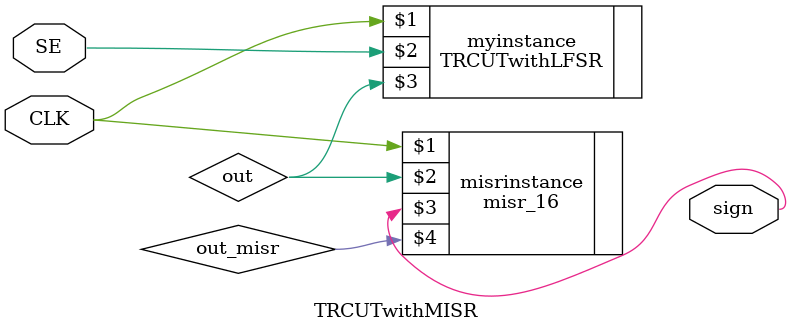
<source format=v>

module TRCUTwithMISR(CLK,SE,sign);
	input CLK,SE;
	output sign;
	
	
	TRCUTwithLFSR myinstance(CLK,SE,out);
	
	misr_16 misrinstance(CLK,out,sign,out_misr);
	
endmodule
</source>
